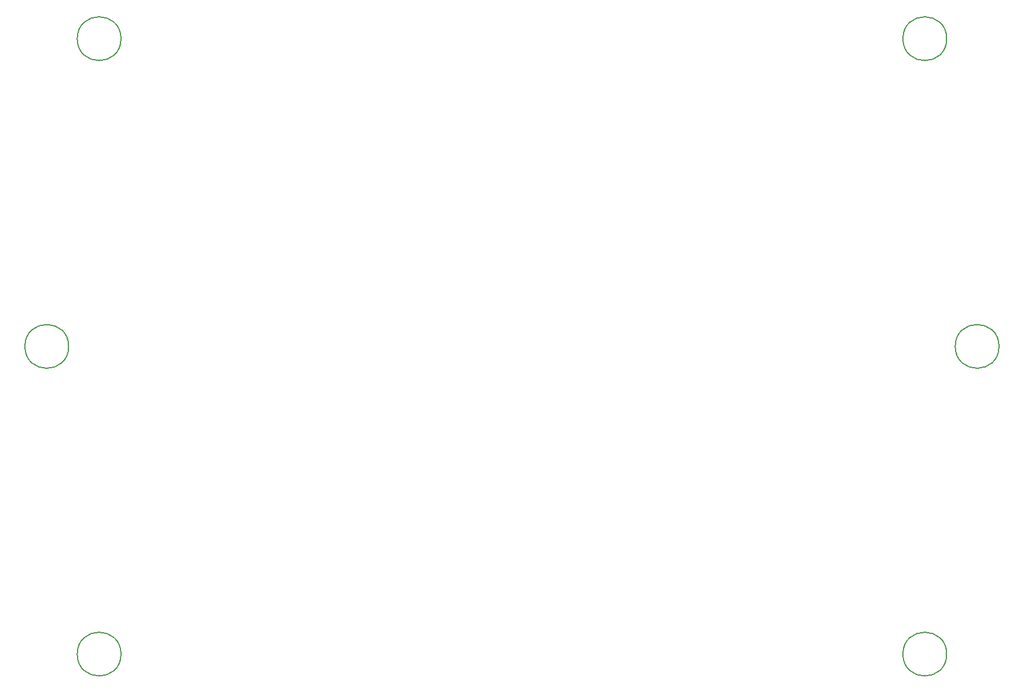
<source format=gbr>
%TF.GenerationSoftware,KiCad,Pcbnew,(7.0.0)*%
%TF.CreationDate,2023-03-18T12:10:04+01:00*%
%TF.ProjectId,rgb-garden-box,7267622d-6761-4726-9465-6e2d626f782e,rev?*%
%TF.SameCoordinates,Original*%
%TF.FileFunction,Other,Comment*%
%FSLAX46Y46*%
G04 Gerber Fmt 4.6, Leading zero omitted, Abs format (unit mm)*
G04 Created by KiCad (PCBNEW (7.0.0)) date 2023-03-18 12:10:04*
%MOMM*%
%LPD*%
G01*
G04 APERTURE LIST*
%ADD10C,0.150000*%
G04 APERTURE END LIST*
D10*
%TO.C,REF\u002A\u002A*%
X215520000Y-134690000D02*
G75*
G03*
X215520000Y-134690000I-3200000J0D01*
G01*
X94820000Y-134690000D02*
G75*
G03*
X94820000Y-134690000I-3200000J0D01*
G01*
X94820000Y-44690000D02*
G75*
G03*
X94820000Y-44690000I-3200000J0D01*
G01*
X87170000Y-89690000D02*
G75*
G03*
X87170000Y-89690000I-3200000J0D01*
G01*
X223170000Y-89690000D02*
G75*
G03*
X223170000Y-89690000I-3200000J0D01*
G01*
X215520000Y-44690000D02*
G75*
G03*
X215520000Y-44690000I-3200000J0D01*
G01*
%TD*%
M02*

</source>
